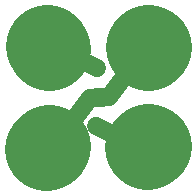
<source format=gbs>
%TF.GenerationSoftware,KiCad,Pcbnew,4.0.5-e0-6337~49~ubuntu16.04.1*%
%TF.CreationDate,2017-03-17T11:18:28-07:00*%
%TF.ProjectId,2x2-Slide-Switch-EG1218-TH,3278322D536C6964652D537769746368,1.0*%
%TF.FileFunction,Soldermask,Bot*%
%FSLAX46Y46*%
G04 Gerber Fmt 4.6, Leading zero omitted, Abs format (unit mm)*
G04 Created by KiCad (PCBNEW 4.0.5-e0-6337~49~ubuntu16.04.1) date Fri Mar 17 11:18:28 2017*
%MOMM*%
%LPD*%
G01*
G04 APERTURE LIST*
%ADD10C,0.350000*%
%ADD11C,7.000000*%
%ADD12C,1.500000*%
G04 APERTURE END LIST*
D10*
D11*
X32092900Y-58305700D02*
X32156400Y-58369200D01*
X23837900Y-58254900D02*
X23774400Y-58318400D01*
X23787100Y-49822100D02*
X23723600Y-49758600D01*
X32169100Y-49822100D02*
X32232600Y-49758600D01*
D12*
X28957800Y-54135200D02*
X31957800Y-50135200D01*
X27957800Y-54135200D02*
X28957800Y-54135200D01*
X27907000Y-51601800D02*
X23907000Y-49601800D01*
X27381400Y-54145000D02*
X24381400Y-58145000D01*
X28381400Y-54145000D02*
X27381400Y-54145000D01*
X31894800Y-58586800D02*
X27894800Y-56586800D01*
D11*
X32259000Y-49987200D02*
X32386000Y-49860200D01*
X23877000Y-49987200D02*
X23750000Y-49860200D01*
X23750000Y-58369200D02*
X23623000Y-58496200D01*
X32259000Y-58115200D02*
X32386000Y-58242200D01*
D10*
G36*
X24327110Y-55041047D02*
X24918055Y-55162351D01*
X25474198Y-55396132D01*
X25974334Y-55733478D01*
X26399421Y-56161543D01*
X26733266Y-56664021D01*
X26963156Y-57221776D01*
X27080264Y-57813214D01*
X27080264Y-57813224D01*
X27080331Y-57813563D01*
X27070710Y-58502616D01*
X27070633Y-58502954D01*
X27070633Y-58502962D01*
X26937057Y-59090901D01*
X26691685Y-59642016D01*
X26343937Y-60134978D01*
X25907062Y-60551009D01*
X25397700Y-60874261D01*
X24835254Y-61092419D01*
X24241147Y-61197176D01*
X23638003Y-61184542D01*
X23048800Y-61054997D01*
X22495982Y-60813477D01*
X22000607Y-60469182D01*
X21581537Y-60035223D01*
X21254738Y-59528130D01*
X21032656Y-58967214D01*
X20923755Y-58373858D01*
X20932177Y-57770641D01*
X21057606Y-57180547D01*
X21295259Y-56626058D01*
X21636091Y-56128288D01*
X22067112Y-55706200D01*
X22571913Y-55375868D01*
X23131259Y-55149877D01*
X23723845Y-55036836D01*
X24327110Y-55041047D01*
X24327110Y-55041047D01*
G37*
G36*
X32327110Y-55041047D02*
X32918055Y-55162351D01*
X33474198Y-55396132D01*
X33974334Y-55733478D01*
X34399421Y-56161543D01*
X34733266Y-56664021D01*
X34963156Y-57221776D01*
X35080264Y-57813214D01*
X35080264Y-57813224D01*
X35080331Y-57813563D01*
X35070710Y-58502616D01*
X35070633Y-58502954D01*
X35070633Y-58502962D01*
X34937057Y-59090901D01*
X34691685Y-59642016D01*
X34343937Y-60134978D01*
X33907062Y-60551009D01*
X33397700Y-60874261D01*
X32835254Y-61092419D01*
X32241147Y-61197176D01*
X31638003Y-61184542D01*
X31048800Y-61054997D01*
X30495982Y-60813477D01*
X30000607Y-60469182D01*
X29581537Y-60035223D01*
X29254738Y-59528130D01*
X29032656Y-58967214D01*
X28923755Y-58373858D01*
X28932177Y-57770641D01*
X29057606Y-57180547D01*
X29295259Y-56626058D01*
X29636091Y-56128288D01*
X30067112Y-55706200D01*
X30571913Y-55375868D01*
X31131259Y-55149877D01*
X31723845Y-55036836D01*
X32327110Y-55041047D01*
X32327110Y-55041047D01*
G37*
G36*
X27989254Y-55915864D02*
X28123951Y-55943514D01*
X28250724Y-55996805D01*
X28364727Y-56073701D01*
X28461623Y-56171275D01*
X28537720Y-56285811D01*
X28590122Y-56412947D01*
X28616763Y-56547495D01*
X28616763Y-56547505D01*
X28616830Y-56547844D01*
X28614637Y-56704909D01*
X28614561Y-56705243D01*
X28614561Y-56705256D01*
X28584173Y-56839008D01*
X28528243Y-56964628D01*
X28448975Y-57076997D01*
X28349392Y-57171829D01*
X28233285Y-57245513D01*
X28105079Y-57295240D01*
X27969658Y-57319119D01*
X27832173Y-57316238D01*
X27697867Y-57286709D01*
X27571854Y-57231656D01*
X27458939Y-57153178D01*
X27363415Y-57054259D01*
X27288922Y-56938669D01*
X27238298Y-56810808D01*
X27213476Y-56675561D01*
X27215395Y-56538061D01*
X27243987Y-56403551D01*
X27298156Y-56277162D01*
X27375851Y-56163693D01*
X27474097Y-56067483D01*
X27589164Y-55992185D01*
X27716665Y-55940671D01*
X27851738Y-55914905D01*
X27989254Y-55915864D01*
X27989254Y-55915864D01*
G37*
G36*
X27989254Y-53415864D02*
X28123951Y-53443514D01*
X28250724Y-53496805D01*
X28364727Y-53573701D01*
X28461623Y-53671275D01*
X28537720Y-53785811D01*
X28590122Y-53912947D01*
X28616763Y-54047495D01*
X28616763Y-54047505D01*
X28616830Y-54047844D01*
X28614637Y-54204909D01*
X28614561Y-54205243D01*
X28614561Y-54205256D01*
X28584173Y-54339008D01*
X28528243Y-54464628D01*
X28448975Y-54576997D01*
X28349392Y-54671829D01*
X28233285Y-54745513D01*
X28105079Y-54795240D01*
X27969658Y-54819119D01*
X27832173Y-54816238D01*
X27697867Y-54786709D01*
X27571854Y-54731656D01*
X27458939Y-54653178D01*
X27363415Y-54554259D01*
X27288922Y-54438669D01*
X27238298Y-54310808D01*
X27213476Y-54175561D01*
X27215395Y-54038061D01*
X27243987Y-53903551D01*
X27298156Y-53777162D01*
X27375851Y-53663693D01*
X27474097Y-53567483D01*
X27589164Y-53492185D01*
X27716665Y-53440671D01*
X27851738Y-53414905D01*
X27989254Y-53415864D01*
X27989254Y-53415864D01*
G37*
G36*
X24327110Y-47041047D02*
X24918055Y-47162351D01*
X25474198Y-47396132D01*
X25974334Y-47733478D01*
X26399421Y-48161543D01*
X26733266Y-48664021D01*
X26963156Y-49221776D01*
X27080264Y-49813214D01*
X27080264Y-49813224D01*
X27080331Y-49813563D01*
X27070710Y-50502616D01*
X27070633Y-50502954D01*
X27070633Y-50502962D01*
X26937057Y-51090901D01*
X26691685Y-51642016D01*
X26343937Y-52134978D01*
X25907062Y-52551009D01*
X25397700Y-52874261D01*
X24835254Y-53092419D01*
X24241147Y-53197176D01*
X23638003Y-53184542D01*
X23048800Y-53054997D01*
X22495982Y-52813477D01*
X22000607Y-52469182D01*
X21581537Y-52035223D01*
X21254738Y-51528130D01*
X21032656Y-50967214D01*
X20923755Y-50373858D01*
X20932177Y-49770641D01*
X21057606Y-49180547D01*
X21295259Y-48626058D01*
X21636091Y-48128288D01*
X22067112Y-47706200D01*
X22571913Y-47375868D01*
X23131259Y-47149877D01*
X23723845Y-47036836D01*
X24327110Y-47041047D01*
X24327110Y-47041047D01*
G37*
G36*
X32327110Y-47041047D02*
X32918055Y-47162351D01*
X33474198Y-47396132D01*
X33974334Y-47733478D01*
X34399421Y-48161543D01*
X34733266Y-48664021D01*
X34963156Y-49221776D01*
X35080264Y-49813214D01*
X35080264Y-49813224D01*
X35080331Y-49813563D01*
X35070710Y-50502616D01*
X35070633Y-50502954D01*
X35070633Y-50502962D01*
X34937057Y-51090901D01*
X34691685Y-51642016D01*
X34343937Y-52134978D01*
X33907062Y-52551009D01*
X33397700Y-52874261D01*
X32835254Y-53092419D01*
X32241147Y-53197176D01*
X31638003Y-53184542D01*
X31048800Y-53054997D01*
X30495982Y-52813477D01*
X30000607Y-52469182D01*
X29581537Y-52035223D01*
X29254738Y-51528130D01*
X29032656Y-50967214D01*
X28923755Y-50373858D01*
X28932177Y-49770641D01*
X29057606Y-49180547D01*
X29295259Y-48626058D01*
X29636091Y-48128288D01*
X30067112Y-47706200D01*
X30571913Y-47375868D01*
X31131259Y-47149877D01*
X31723845Y-47036836D01*
X32327110Y-47041047D01*
X32327110Y-47041047D01*
G37*
G36*
X27989254Y-50915864D02*
X28123951Y-50943514D01*
X28250724Y-50996805D01*
X28364727Y-51073701D01*
X28461623Y-51171275D01*
X28537720Y-51285811D01*
X28590122Y-51412947D01*
X28616763Y-51547495D01*
X28616763Y-51547505D01*
X28616830Y-51547844D01*
X28614637Y-51704909D01*
X28614561Y-51705243D01*
X28614561Y-51705256D01*
X28584173Y-51839008D01*
X28528243Y-51964628D01*
X28448975Y-52076997D01*
X28349392Y-52171829D01*
X28233285Y-52245513D01*
X28105079Y-52295240D01*
X27969658Y-52319119D01*
X27832173Y-52316238D01*
X27697867Y-52286709D01*
X27571854Y-52231656D01*
X27458939Y-52153178D01*
X27363415Y-52054259D01*
X27288922Y-51938669D01*
X27238298Y-51810808D01*
X27213476Y-51675561D01*
X27215395Y-51538061D01*
X27243987Y-51403551D01*
X27298156Y-51277162D01*
X27375851Y-51163693D01*
X27474097Y-51067483D01*
X27589164Y-50992185D01*
X27716665Y-50940671D01*
X27851738Y-50914905D01*
X27989254Y-50915864D01*
X27989254Y-50915864D01*
G37*
M02*

</source>
